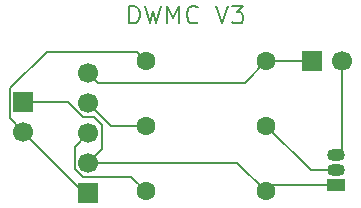
<source format=gbr>
%TF.GenerationSoftware,KiCad,Pcbnew,9.0.4*%
%TF.CreationDate,2025-08-23T19:45:08-04:00*%
%TF.ProjectId,DWMCBoardV3,44574d43-426f-4617-9264-56332e6b6963,rev?*%
%TF.SameCoordinates,Original*%
%TF.FileFunction,Copper,L1,Top*%
%TF.FilePolarity,Positive*%
%FSLAX46Y46*%
G04 Gerber Fmt 4.6, Leading zero omitted, Abs format (unit mm)*
G04 Created by KiCad (PCBNEW 9.0.4) date 2025-08-23 19:45:08*
%MOMM*%
%LPD*%
G01*
G04 APERTURE LIST*
%ADD10C,0.187500*%
%TA.AperFunction,NonConductor*%
%ADD11C,0.187500*%
%TD*%
%TA.AperFunction,ComponentPad*%
%ADD12C,1.600000*%
%TD*%
%TA.AperFunction,ComponentPad*%
%ADD13C,1.700000*%
%TD*%
%TA.AperFunction,ComponentPad*%
%ADD14R,1.700000X1.700000*%
%TD*%
%TA.AperFunction,ComponentPad*%
%ADD15R,1.500000X1.050000*%
%TD*%
%TA.AperFunction,ComponentPad*%
%ADD16O,1.500000X1.050000*%
%TD*%
%TA.AperFunction,Conductor*%
%ADD17C,0.200000*%
%TD*%
G04 APERTURE END LIST*
D10*
D11*
X53980497Y-85806678D02*
X53980497Y-84306678D01*
X53980497Y-84306678D02*
X54337640Y-84306678D01*
X54337640Y-84306678D02*
X54551926Y-84378107D01*
X54551926Y-84378107D02*
X54694783Y-84520964D01*
X54694783Y-84520964D02*
X54766212Y-84663821D01*
X54766212Y-84663821D02*
X54837640Y-84949535D01*
X54837640Y-84949535D02*
X54837640Y-85163821D01*
X54837640Y-85163821D02*
X54766212Y-85449535D01*
X54766212Y-85449535D02*
X54694783Y-85592392D01*
X54694783Y-85592392D02*
X54551926Y-85735250D01*
X54551926Y-85735250D02*
X54337640Y-85806678D01*
X54337640Y-85806678D02*
X53980497Y-85806678D01*
X55337640Y-84306678D02*
X55694783Y-85806678D01*
X55694783Y-85806678D02*
X55980497Y-84735250D01*
X55980497Y-84735250D02*
X56266212Y-85806678D01*
X56266212Y-85806678D02*
X56623355Y-84306678D01*
X57194783Y-85806678D02*
X57194783Y-84306678D01*
X57194783Y-84306678D02*
X57694783Y-85378107D01*
X57694783Y-85378107D02*
X58194783Y-84306678D01*
X58194783Y-84306678D02*
X58194783Y-85806678D01*
X59766212Y-85663821D02*
X59694784Y-85735250D01*
X59694784Y-85735250D02*
X59480498Y-85806678D01*
X59480498Y-85806678D02*
X59337641Y-85806678D01*
X59337641Y-85806678D02*
X59123355Y-85735250D01*
X59123355Y-85735250D02*
X58980498Y-85592392D01*
X58980498Y-85592392D02*
X58909069Y-85449535D01*
X58909069Y-85449535D02*
X58837641Y-85163821D01*
X58837641Y-85163821D02*
X58837641Y-84949535D01*
X58837641Y-84949535D02*
X58909069Y-84663821D01*
X58909069Y-84663821D02*
X58980498Y-84520964D01*
X58980498Y-84520964D02*
X59123355Y-84378107D01*
X59123355Y-84378107D02*
X59337641Y-84306678D01*
X59337641Y-84306678D02*
X59480498Y-84306678D01*
X59480498Y-84306678D02*
X59694784Y-84378107D01*
X59694784Y-84378107D02*
X59766212Y-84449535D01*
X61337641Y-84306678D02*
X61837641Y-85806678D01*
X61837641Y-85806678D02*
X62337641Y-84306678D01*
X62694783Y-84306678D02*
X63623355Y-84306678D01*
X63623355Y-84306678D02*
X63123355Y-84878107D01*
X63123355Y-84878107D02*
X63337640Y-84878107D01*
X63337640Y-84878107D02*
X63480498Y-84949535D01*
X63480498Y-84949535D02*
X63551926Y-85020964D01*
X63551926Y-85020964D02*
X63623355Y-85163821D01*
X63623355Y-85163821D02*
X63623355Y-85520964D01*
X63623355Y-85520964D02*
X63551926Y-85663821D01*
X63551926Y-85663821D02*
X63480498Y-85735250D01*
X63480498Y-85735250D02*
X63337640Y-85806678D01*
X63337640Y-85806678D02*
X62909069Y-85806678D01*
X62909069Y-85806678D02*
X62766212Y-85735250D01*
X62766212Y-85735250D02*
X62694783Y-85663821D01*
D12*
%TO.P,R3,2*%
%TO.N,Net-(J2-Pin_3)*%
X55340000Y-100000000D03*
%TO.P,R3,1*%
%TO.N,GND1*%
X65500000Y-100000000D03*
%TD*%
D13*
%TO.P,J3,2,Pin_2*%
%TO.N,Net-(J3-Pin_2)*%
X72000000Y-89000000D03*
D14*
%TO.P,J3,1,Pin_1*%
%TO.N,Net-(J2-Pin_5)*%
X69460000Y-89000000D03*
%TD*%
D12*
%TO.P,R2,1*%
%TO.N,Net-(Q1-B)*%
X65580000Y-94500000D03*
%TO.P,R2,2*%
%TO.N,Net-(J2-Pin_4)*%
X55420000Y-94500000D03*
%TD*%
%TO.P,R1,1*%
%TO.N,Net-(J2-Pin_5)*%
X65580000Y-89000000D03*
%TO.P,R1,2*%
%TO.N,Net-(J1-Pin_2)*%
X55420000Y-89000000D03*
%TD*%
D15*
%TO.P,Q1,1,E*%
%TO.N,GND1*%
X71500000Y-99500000D03*
D16*
%TO.P,Q1,2,B*%
%TO.N,Net-(Q1-B)*%
X71500000Y-98230000D03*
%TO.P,Q1,3,C*%
%TO.N,Net-(J3-Pin_2)*%
X71500000Y-96960000D03*
%TD*%
D14*
%TO.P,J2,1,Pin_1*%
%TO.N,Net-(J1-Pin_2)*%
X50500000Y-100160000D03*
D13*
%TO.P,J2,2,Pin_2*%
%TO.N,GND1*%
X50500000Y-97620000D03*
%TO.P,J2,3,Pin_3*%
%TO.N,Net-(J2-Pin_3)*%
X50500000Y-95080000D03*
%TO.P,J2,4,Pin_4*%
%TO.N,Net-(J2-Pin_4)*%
X50500000Y-92540000D03*
%TO.P,J2,5,Pin_5*%
%TO.N,Net-(J2-Pin_5)*%
X50500000Y-90000000D03*
%TD*%
D14*
%TO.P,J1,1,Pin_1*%
%TO.N,GND1*%
X45000000Y-92460000D03*
D13*
%TO.P,J1,2,Pin_2*%
%TO.N,Net-(J1-Pin_2)*%
X45000000Y-95000000D03*
%TD*%
D17*
%TO.N,Net-(J1-Pin_2)*%
X50160000Y-100160000D02*
X50500000Y-100160000D01*
X45000000Y-95000000D02*
X50160000Y-100160000D01*
X43849000Y-93849000D02*
X45000000Y-95000000D01*
X43849000Y-91309000D02*
X43849000Y-93849000D01*
X54620001Y-88200001D02*
X46957999Y-88200001D01*
X46957999Y-88200001D02*
X43849000Y-91309000D01*
X55420000Y-89000000D02*
X54620001Y-88200001D01*
%TO.N,GND1*%
X48792240Y-92460000D02*
X50023240Y-93691000D01*
X45000000Y-92460000D02*
X48792240Y-92460000D01*
%TO.N,Net-(J2-Pin_5)*%
X51350000Y-90850000D02*
X63730000Y-90850000D01*
X63730000Y-90850000D02*
X65580000Y-89000000D01*
X50500000Y-90000000D02*
X51350000Y-90850000D01*
X69460000Y-89000000D02*
X65580000Y-89000000D01*
%TO.N,Net-(J3-Pin_2)*%
X72000000Y-96460000D02*
X71500000Y-96960000D01*
X72000000Y-89000000D02*
X72000000Y-96460000D01*
%TO.N,GND1*%
X51651000Y-94365240D02*
X50976760Y-93691000D01*
X50976760Y-93691000D02*
X50023240Y-93691000D01*
X50500000Y-97620000D02*
X51651000Y-96469000D01*
X51651000Y-96469000D02*
X51651000Y-94365240D01*
X66000000Y-99500000D02*
X65500000Y-100000000D01*
X71500000Y-99500000D02*
X66000000Y-99500000D01*
%TO.N,Net-(Q1-B)*%
X69310000Y-98230000D02*
X65580000Y-94500000D01*
X71500000Y-98230000D02*
X69310000Y-98230000D01*
%TO.N,GND1*%
X63120000Y-97620000D02*
X65500000Y-100000000D01*
X50500000Y-97620000D02*
X63120000Y-97620000D01*
%TO.N,Net-(J2-Pin_3)*%
X49349000Y-98096760D02*
X49349000Y-96231000D01*
X50023240Y-98771000D02*
X49349000Y-98096760D01*
X49349000Y-96231000D02*
X50500000Y-95080000D01*
X54111000Y-98771000D02*
X50023240Y-98771000D01*
X55340000Y-100000000D02*
X54111000Y-98771000D01*
%TO.N,Net-(J2-Pin_4)*%
X52460000Y-94500000D02*
X50500000Y-92540000D01*
X55420000Y-94500000D02*
X52460000Y-94500000D01*
%TO.N,GND1*%
X50500000Y-97620000D02*
X50099000Y-97219000D01*
%TO.N,Net-(J2-Pin_5)*%
X69380000Y-89080000D02*
X69460000Y-89000000D01*
%TO.N,Net-(J3-Pin_2)*%
X71735000Y-89265000D02*
X72000000Y-89000000D01*
%TO.N,Net-(J2-Pin_4)*%
X55340000Y-94420000D02*
X55420000Y-94500000D01*
%TD*%
M02*

</source>
